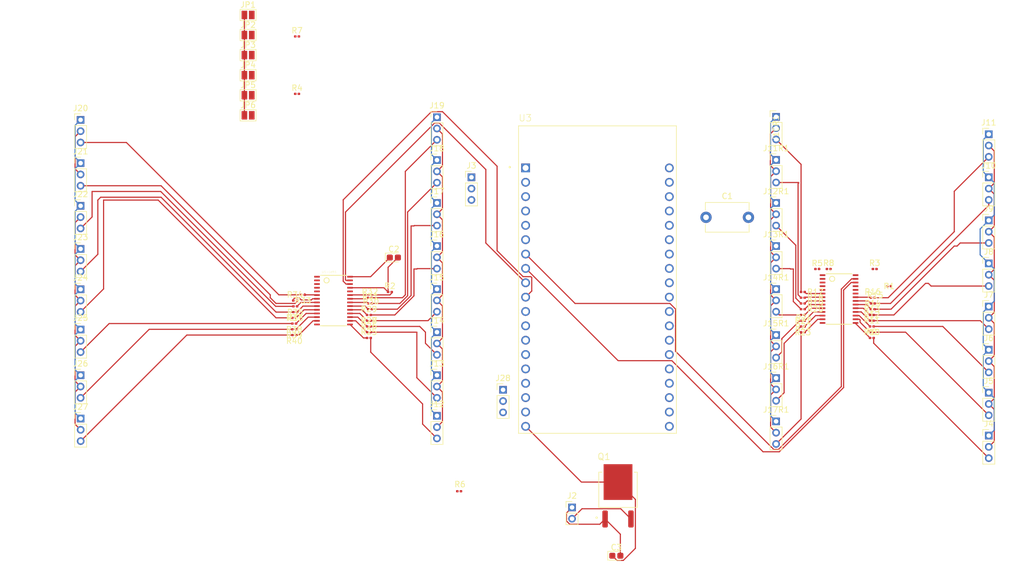
<source format=kicad_pcb>
(kicad_pcb (version 20240108) (generator "pcbnew") (generator_version "8.0")
  (layers (0 "F.Cu" signal) (31 "B.Cu" signal) (34 "B.Paste" user) (35 "F.Paste" user) (36 "B.SilkS" user "B.Silkscreen") (37 "F.SilkS" user "F.Silkscreen") (38 "B.Mask" user) (39 "F.Mask" user) (44 "Edge.Cuts" user))
  (net 0 "")
  (net 1 "GND")
  (net 2 "5.0V")
  (net 3 "Net-(J2-Pin_2)")
  (net 4 "Net-(J3-Pin_2)")
  (net 5 "Net-(J3-Pin_3)")
  (net 6 "Net-(J3-Pin_1)")
  (net 7 "Net-(J5-Pin_3)")
  (net 8 "Net-(J6-Pin_3)")
  (net 9 "Net-(J7-Pin_3)")
  (net 10 "Net-(J8-Pin_3)")
  (net 11 "Net-(J9-Pin_3)")
  (net 12 "Net-(J10-Pin_3)")
  (net 13 "Net-(J10R1-Pin_3)")
  (net 14 "Net-(J11-Pin_3)")
  (net 15 "Net-(J11R1-Pin_3)")
  (net 16 "Net-(J12-Pin_3)")
  (net 17 "Net-(J12R1-Pin_3)")
  (net 18 "Net-(J13-Pin_3)")
  (net 19 "Net-(J13R1-Pin_3)")
  (net 20 "Net-(J14-Pin_3)")
  (net 21 "Net-(J14R1-Pin_3)")
  (net 22 "Net-(J15-Pin_3)")
  (net 23 "Net-(J15R1-Pin_3)")
  (net 24 "Net-(J16-Pin_3)")
  (net 25 "Net-(J16R1-Pin_3)")
  (net 26 "Net-(J17-Pin_3)")
  (net 27 "Net-(J17R1-Pin_3)")
  (net 28 "Net-(J18-Pin_3)")
  (net 29 "Net-(J19-Pin_3)")
  (net 30 "Net-(J20-Pin_3)")
  (net 31 "Net-(J21-Pin_3)")
  (net 32 "Net-(J22-Pin_3)")
  (net 33 "Net-(J23-Pin_3)")
  (net 34 "Net-(J24-Pin_3)")
  (net 35 "Net-(J25-Pin_3)")
  (net 36 "Net-(J26-Pin_3)")
  (net 37 "Net-(J27-Pin_3)")
  (net 38 "Net-(J28-Pin_2)")
  (net 39 "Net-(J28-Pin_1)")
  (net 40 "Net-(J28-Pin_3)")
  (net 41 "A0")
  (net 42 "A1")
  (net 43 "A2")
  (net 44 "A3")
  (net 45 "A4")
  (net 46 "A5")
  (net 47 "Net-(U2-#OE)")
  (net 48 "Net-(U1-Left1-#OE)")
  (net 49 "PWM8")
  (net 50 "PWM9")
  (net 51 "PWM10")
  (net 52 "PWM11")
  (net 53 "PWM12")
  (net 54 "PWM13")
  (net 55 "PWM14")
  (net 56 "PWM15")
  (net 57 "PWM0")
  (net 58 "PWM1")
  (net 59 "PWM2")
  (net 60 "PWM3")
  (net 61 "PWM4")
  (net 62 "PWM5")
  (net 63 "PWM6")
  (net 64 "PWM7")
  (net 65 "PWM8B")
  (net 66 "PWM9B")
  (net 67 "PWM10B")
  (net 68 "PWM11B")
  (net 69 "PWM12B")
  (net 70 "PWM13B")
  (net 71 "PWM14B")
  (net 72 "PWM15B")
  (net 73 "PWM0B")
  (net 74 "PWM1B")
  (net 75 "PWM2B")
  (net 76 "PWM3B")
  (net 77 "PWM4B")
  (net 78 "PWM5B")
  (net 79 "PWM6B")
  (net 80 "PWM7B")
  (net 81 "SDA0")
  (net 82 "SCL0")
  (net 83 "Net-(J3-Pin_8)")
  (net 84 "Net-(J3-Pin_17)")
  (net 85 "Net-(J3-Pin_14)")
  (net 86 "Net-(J3-Pin_6)")
  (net 87 "Net-(J3-Pin_9)")
  (net 88 "Net-(J28-Pin_4)")
  (net 89 "SCL1")
  (net 90 "Net-(J28-Pin_8)")
  (net 91 "Net-(J28-Pin_10)")
  (net 92 "Net-(J3-Pin_18)")
  (net 93 "Net-(J3-Pin_19)")
  (net 94 "Net-(J3-Pin_4)")
  (net 95 "Net-(J3-Pin_12)")
  (net 96 "Net-(J28-Pin_9)")
  (net 97 "Net-(J3-Pin_11)")
  (net 98 "Net-(J28-Pin_6)")
  (net 99 "Net-(J3-Pin_5)")
  (net 100 "Net-(J28-Pin_5)")
  (net 101 "Net-(J3-Pin_7)")
  (net 102 "Net-(J3-Pin_10)")
  (net 103 "Net-(J3-Pin_15)")
  (net 104 "SDA1")
  (net 105 "Net-(J3-Pin_13)")
  (net 106 "Net-(J3-Pin_16)")
  (net 107 "Net-(J28-Pin_7)")
  (net 109 "Net-(test-test1-Pin_3)")
  (footprint "Jumper:SolderJumper-2_P1.3mm_Open_Pad1.0x1.5mm" (layer "F.Cu") (at 89.042 37.341)
    (property "Reference" "JP3")
    (property "Value" "SolderJumper_2_Open")
  )
  (footprint "Connector_PinHeader_2.00mm:PinHeader_1x02_P2.00mm_Vertical" (layer "F.Cu") (at 146.304 117.364)
    (property "Reference" "J2")
    (property "Value" "Screw_Terminal_01x02")
  )
  (footprint "Connector_PinHeader_2.00mm:PinHeader_1x03_P2.00mm_Vertical" (layer "F.Cu") (at 182.372 71.12)
    (property "Reference" "J13R1")
    (property "Value" "Conn_01x03_Pin")
  )
  (footprint "Capacitor_Tantalum_SMD:CP_EIA-1608-08_AVX-J" (layer "F.Cu") (at 114.808 73.152)
    (property "Reference" "C2")
    (property "Value" "C")
  )
  (footprint "Resistor_SMD:R_0201_0603Metric" (layer "F.Cu") (at 97.348 80.772)
    (property "Reference" "R34")
    (property "Value" "R")
  )
  (footprint "Resistor_SMD:R_0201_0603Metric" (layer "F.Cu") (at 110.581 82.296)
    (property "Reference" "R30")
    (property "Value" "R")
  )
  (footprint "Resistor_SMD:R_0201_0603Metric" (layer "F.Cu") (at 114.112 79.248)
    (property "Reference" "R2")
    (property "Value" "R")
  )
  (footprint "Connector_PinHeader_2.00mm:PinHeader_1x03_P2.00mm_Vertical" (layer "F.Cu") (at 59.436 78.772)
    (property "Reference" "J24")
    (property "Value" "Conn_01x03_Pin")
  )
  (footprint "Resistor_SMD:R_0201_0603Metric" (layer "F.Cu") (at 110.399 87.376)
    (property "Reference" "R25")
    (property "Value" "R")
  )
  (footprint "Resistor_SMD:R_0201_0603Metric" (layer "F.Cu") (at 126.345 114.5)
    (property "Reference" "R6")
    (property "Value" "R")
  )
  (footprint "Connector_PinHeader_2.00mm:PinHeader_1x03_P2.00mm_Vertical" (layer "F.Cu") (at 182.372 86.868)
    (property "Reference" "J15R1")
    (property "Value" "Conn_01x03_Pin")
  )
  (footprint "Resistor_SMD:R_0201_0603Metric" (layer "F.Cu") (at 199.481 81.28)
    (property "Reference" "R15")
    (property "Value" "R")
  )
  (footprint "Resistor_SMD:R_0201_0603Metric" (layer "F.Cu") (at 199.807 75.184)
    (property "Reference" "R3")
    (property "Value" "R")
  )
  (footprint "Resistor_SMD:R_0201_0603Metric" (layer "F.Cu") (at 187.107 84.328 180)
    (property "Reference" "R22")
    (property "Value" "R")
  )
  (footprint "Resistor_SMD:R_0201_0603Metric" (layer "F.Cu") (at 97.699 34.036)
    (property "Reference" "R7")
    (property "Value" "R")
  )
  (footprint "Resistor_SMD:R_0201_0603Metric" (layer "F.Cu") (at 187.107 85.344 180)
    (property "Reference" "R23")
    (property "Value" "R")
  )
  (footprint "Connector_PinHeader_2.00mm:PinHeader_1x03_P2.00mm_Vertical" (layer "F.Cu") (at 122.428 48.324)
    (property "Reference" "J19")
    (property "Value" "Conn_01x03_Pin")
  )
  (footprint "Resistor_SMD:R_0201_0603Metric" (layer "F.Cu") (at 97.699 44.196)
    (property "Reference" "R4")
    (property "Value" "R")
  )
  (footprint "Jumper:SolderJumper-2_P1.3mm_Open_Pad1.0x1.5mm" (layer "F.Cu") (at 89.042 47.991)
    (property "Reference" "JP6")
    (property "Value" "SolderJumper_2_Open")
  )
  (footprint "Resistor_SMD:R_0201_0603Metric" (layer "F.Cu") (at 187.107 79.248 180)
    (property "Reference" "R17")
    (property "Value" "R")
  )
  (footprint "Connector_PinHeader_2.00mm:PinHeader_1x03_P2.00mm_Vertical" (layer "F.Cu") (at 182.372 78.74)
    (property "Reference" "J14R1")
    (property "Value" "Conn_01x03_Pin")
  )
  (footprint "Connector_PinHeader_2.00mm:PinHeader_1x03_P2.00mm_Vertical" (layer "F.Cu") (at 59.436 85.884)
    (property "Reference" "J25")
    (property "Value" "Conn_01x03_Pin")
  )
  (footprint "Jumper:SolderJumper-2_P1.3mm_Open_Pad1.0x1.5mm" (layer "F.Cu") (at 89.042 44.441)
    (property "Reference" "JP5")
    (property "Value" "SolderJumper_2_Open")
  )
  (footprint "Resistor_SMD:R_0201_0603Metric" (layer "F.Cu") (at 191.679 75.184)
    (property "Reference" "R8")
    (property "Value" "R")
  )
  (footprint "Connector_PinHeader_2.00mm:PinHeader_1x03_P2.00mm_Vertical" (layer "F.Cu") (at 122.428 55.912)
    (property "Reference" "J18")
    (property "Value" "Conn_01x03_Pin")
  )
  (footprint "Connector_PinHeader_2.00mm:PinHeader_1x03_P2.00mm_Vertical" (layer "F.Cu") (at 122.428 101.156)
    (property "Reference" "J12")
    (property "Value" "Conn_01x03_Pin")
  )
  (footprint "Resistor_SMD:R_0201_0603Metric" (layer "F.Cu") (at 110.399 86.36)
    (property "Reference" "R26")
    (property "Value" "R")
  )
  (footprint "Resistor_SMD:R_0201_0603Metric" (layer "F.Cu") (at 110.581 80.264)
    (property "Reference" "R32")
    (property "Value" "R")
  )
  (footprint "Resistor_SMD:R_0201_0603Metric" (layer "F.Cu") (at 189.647 75.184)
    (property "Reference" "R5")
    (property "Value" "R")
  )
  (footprint "Resistor_SMD:R_0201_0603Metric" (layer "F.Cu") (at 110.581 81.28)
    (property "Reference" "R31")
    (property "Value" "R")
  )
  (footprint "Resistor_SMD:R_0201_0603Metric" (layer "F.Cu") (at 187.107 81.28 180)
    (property "Reference" "R19")
    (property "Value" "R")
  )
  (footprint "Connector_PinHeader_2.00mm:PinHeader_1x03_P2.00mm_Vertical" (layer "F.Cu") (at 59.436 64.008)
    (property "Reference" "J22")
    (property "Value" "Conn_01x03_Pin")
  )
  (footprint "Resistor_SMD:R_0201_0603Metric" (layer "F.Cu") (at 97.216 86.868 180)
    (property "Reference" "R40")
    (property "Value" "R")
  )
  (footprint "Connector_PinHeader_2.00mm:PinHeader_1x03_P2.00mm_Vertical" (layer "F.Cu") (at 128.524 58.96)
    (property "Reference" "J3")
    (property "Value" "Conn_01x19_Pin")
  )
  (footprint "Connector_PinHeader_2.00mm:PinHeader_1x03_P2.00mm_Vertical" (layer "F.Cu") (at 59.436 48.8)
    (property "Reference" "J20")
    (property "Value" "Conn_01x03_Pin")
  )
  (footprint "Connector_PinHeader_2.00mm:PinHeader_1x03_P2.00mm_Vertical" (layer "F.Cu") (at 219.964 104.648)
    (property "Reference" "J4")
    (property "Value" "Conn_01x03_Pin")
  )
  (footprint "Connector_PinHeader_2.00mm:PinHeader_1x03_P2.00mm_Vertical" (layer "F.Cu") (at 59.436 71.628)
    (property "Reference" "J23")
    (property "Value" "Conn_01x03_Pin")
  )
  (footprint "Resistor_SMD:R_0201_0603Metric" (layer "F.Cu") (at 110.399 84.328)
    (property "Reference" "R28")
    (property "Value" "R")
  )
  (footprint "Connector_PinHeader_2.00mm:PinHeader_1x03_P2.00mm_Vertical" (layer "F.Cu") (at 219.964 81.82)
    (property "Reference" "J7")
    (property "Value" "Conn_01x03_Pin")
  )
  (footprint "Jumper:SolderJumper-2_P1.3mm_Open_Pad1.0x1.5mm" (layer "F.Cu") (at 89.042 30.241)
    (property "Reference" "JP1")
    (property "Value" "SolderJumper_2_Open")
  )
  (footprint "Resistor_SMD:R_0201_0603Metric" (layer "F.Cu") (at 97.191 83.82 180)
    (property "Reference" "R37")
    (property "Value" "R")
  )
  (footprint "Resistor_SMD:R_0201_0603Metric" (layer "F.Cu") (at 202.347 78.232)
    (property "Reference" "R1")
    (property "Value" "R")
  )
  (footprint "Connector_PinHeader_2.00mm:PinHeader_1x03_P2.00mm_Vertical" (layer "F.Cu") (at 219.964 58.96)
    (property "Reference" "J10")
    (property "Value" "Conn_01x03_Pin")
  )
  (footprint "Connector_PinHeader_2.00mm:PinHeader_1x03_P2.00mm_Vertical" (layer "F.Cu") (at 122.428 93.98)
    (property "Reference" "J13")
    (property "Value" "Conn_01x03_Pin")
  )
  (footprint "Connector_PinHeader_2.00mm:PinHeader_1x03_P2.00mm_Vertical" (layer "F.Cu") (at 182.372 48.26)
    (property "Reference" "J10R1")
    (property "Value" "Conn_01x03_Pin")
  )
  (footprint "Connector_PinHeader_2.00mm:PinHeader_1x03_P2.00mm_Vertical" (layer "F.Cu") (at 59.436 93.98)
    (property "Reference" "J26")
    (property "Value" "Conn_01x03_Pin")
  )
  (footprint "Connector_PinHeader_2.00mm:PinHeader_1x03_P2.00mm_Vertical" (layer "F.Cu") (at 182.372 94.488)
    (property "Reference" "J16R1")
    (property "Value" "Conn_01x03_Pin")
  )
  (footprint "Resistor_SMD:R_0201_0603Metric" (layer "F.Cu") (at 199.299 87.376)
    (property "Reference" "R8")
    (property "Value" "R")
  )
  (footprint "Resistor_SMD:R_0201_0603Metric" (layer "F.Cu") (at 187.107 83.312 180)
    (property "Reference" "R21")
    (property "Value" "R")
  )
  (footprint "Resistor_SMD:R_0201_0603Metric" (layer "F.Cu") (at 199.299 83.312)
    (property "Reference" "R13")
    (property "Value" "R")
  )
  (footprint "Resistor_SMD:R_0201_0603Metric" (layer "F.Cu") (at 97.191 85.852 180)
    (property "Reference" "R39")
    (property "Value" "R")
  )
  (footprint "Connector_PinHeader_2.00mm:PinHeader_1x03_P2.00mm_Vertical" (layer "F.Cu") (at 122.428 86.36)
    (property "Reference" "J14")
    (property "Value" "Conn_01x03_Pin")
  )
  (footprint "Connector_PinHeader_2.00mm:PinHeader_1x03_P2.00mm_Vertical" (layer "F.Cu") (at 182.372 63.5)
    (property "Reference" "J12R1")
    (property "Value" "Conn_01x03_Pin")
  )
  (footprint "Resistor_SMD:R_0201_0603Metric" (layer "F.Cu") (at 97.373 81.788 180)
    (property "Reference" "R35")
    (property "Value" "R")
  )
  (footprint "Resistor_SMD:R_0201_0603Metric" (layer "F.Cu") (at 97.373 82.804 180)
    (property "Reference" "R36")
    (property "Value" "R")
  )
  (footprint "Resistor_SMD:R_0201_0603Metric" (layer "F.Cu") (at 199.299 84.328)
    (property "Reference" "R12")
    (property "Value" "R")
  )
  (footprint "Resistor_SMD:R_0201_0603Metric" (layer "F.Cu") (at 199.299 86.36)
    (property "Reference" "R10")
    (property "Value" "R")
  )
  (footprint "Resistor_SMD:R_0201_0603Metric" (layer "F.Cu") (at 97.191 84.836 180)
    (property "Reference" "R38")
    (property "Value" "R")
  )
  (footprint "PCA9685:TSSOP28" (layer "F.Cu") (at 193.5 80.5 -90)
    (property "Reference" "U2")
    (property "Value" "PCA9685")
  )
  (footprint "Resistor_SMD:R_0201_0603Metric" (layer "F.Cu") (at 110.399 85.344)
    (property "Reference" "R27")
    (property "Value" "R")
  )
  (footprint "Resistor_SMD:R_0201_0603Metric" (layer "F.Cu") (at 110.399 83.312)
    (property "Reference" "R29")
    (property "Value" "R")
  )
  (footprint "Capacitor_Tantalum_SMD:CP_EIA-1608-08_AVX-J" (layer "F.Cu") (at 154.134 125.91)
    (property "Reference" "C3")
    (property "Value" "C")
  )
  (footprint "Resistor_SMD:R_0201_0603Metric" (layer "F.Cu") (at 187.107 80.264 180)
    (property "Reference" "R18")
    (property "Value" "R")
  )
  (footprint "Connector_PinHeader_2.00mm:PinHeader_1x03_P2.00mm_Vertical" (layer "F.Cu") (at 182.372 102.14)
    (property "Reference" "J17R1")
    (property "Value" "Conn_01x03_Pin")
  )
  (footprint "Connector_PinHeader_2.00mm:PinHeader_1x03_P2.00mm_Vertical" (layer "F.Cu") (at 219.964 97.06)
    (property "Reference" "J5")
    (property "Value" "Conn_01x03_Pin")
  )
  (footprint "Resistor_SMD:R_0201_0603Metric" (layer "F.Cu") (at 98.74 79.756 180)
    (property "Reference" "R33")
    (property "Value" "R")
  )
  (footprint "Jumper:SolderJumper-2_P1.3mm_Open_Pad1.0x1.5mm" (layer "F.Cu") (at 89.042 40.891)
    (property "Reference" "JP4")
    (property "Value" "SolderJumper_2_Open")
  )
  (footprint "Connector_PinHeader_2.00mm:PinHeader_1x03_P2.00mm_Vertical" (layer "F.Cu") (at 182.372 55.88)
    (property "Reference" "J11R1")
    (property "Value" "Conn_01x03_Pin")
  )
  (footprint "Connector_PinHeader_2.00mm:PinHeader_1x03_P2.00mm_Vertical" (layer "F.Cu") (at 122.428 78.74)
    (property "Reference" "J15")
    (property "Value" "Conn_01x03_Pin")
  )
  (footprint "Connector_PinHeader_2.00mm:PinHeader_1x03_P2.00mm_Vertical" (layer "F.Cu") (at 219.964 89.472)
    (property "Reference" "J6")
    (property "Value" "Conn_01x03_Pin")
  )
  (footprint "Resistor_SMD:R_0201_0603Metric" (layer "F.Cu") (at 199.456 80.264)
    (property "Reference" "R16")
    (property "Value" "R")
  )
  (footprint "Resistor_SMD:R_0201_0603Metric" (layer "F.Cu") (at 199.456 82.296)
    (property "Reference" "R14")
    (property "Value" "R")
  )
  (footprint "Resistor_SMD:R_0201_0603Metric" (layer "F.Cu") (at 187.107 86.36 180)
    (property "Reference" "R24")
    (property "Value" "R")
  )
  (footprint "Resistor_SMD:R_0201_0603Metric" (layer "F.Cu") (at 199.299 85.344)
    (property "Reference" "R11")
    (property "Value" "R")
  )
  (footprint "Connector_PinHeader_2.00mm:PinHeader_1x03_P2.00mm_Vertical" (layer "F.Cu") (at 122.428 63.5)
    (property "Reference" "J17")
    (property "Value" "Conn_01x03_Pin")
  )
  (footprint "Connector_PinHeader_2.00mm:PinHeader_1x03_P2.00mm_Vertical" (layer "F.Cu") (at 134.112 96.552)
    (property "Reference" "J28")
    (property "Value" "Conn_01x11_Pin")
  )
  (footprint "Connector_PinHeader_2.00mm:PinHeader_1x03_P2.00mm_Vertical" (layer "F.Cu") (at 59.45 101.632)
    (property "Reference" "J27")
    (property "Value" "Conn_01x03_Pin")
  )
  (footprint "Capacitor_THT:C_Disc_D7.5mm_W5.0mm_P7.50mm" (layer "F.Cu") (at 169.986 66.04)
    (property "Reference" "C1")
    (property "Value" "C")
  )
  (footprint "Connector_PinHeader_2.00mm:PinHeader_1x03_P2.00mm_Vertical" (layer "F.Cu") (at 219.964 74.2)
    (property "Reference" "J8")
    (property "Value" "Conn_01x03_Pin")
  )
  (footprint "Jumper:SolderJumper-2_P1.3mm_Open_Pad1.0x1.5mm" (layer "F.Cu") (at 89.042 33.791)
    (property "Reference" "JP2")
    (property "Value" "SolderJumper_2_Open")
  )
  (footprint "Connector_PinHeader_2.00mm:PinHeader_1x03_P2.00mm_Vertical" (layer "F.Cu") (at 219.964 66.58)
    (property "Reference" "J9")
    (property "Value" "Conn_01x03_Pin")
  )
  (footprint "Connector_PinHeader_2.00mm:PinHeader_1x03_P2.00mm_Vertical" (layer "F.Cu") (at 219.964 51.34)
    (property "Reference" "J11")
    (property "Value" "Conn_01x03_Pin")
  )
  (footprint "AOD417:DPAK228P994X240_3N" (layer "F.Cu") (at 154.432 115.316)
    (property "Reference" "Q1")
    (property "Value" "AOD417")
  )
  (footprint "Resistor_SMD:R_0201_0603Metric" (layer "F.Cu") (at 187.107 82.296 180)
    (property "Reference" "R20")
    (property "Value" "R")
  )
  (footprint "Connector_PinHeader_2.00mm:PinHeader_1x03_P2.00mm_Vertical" (layer "F.Cu") (at 59.436 56.452)
    (property "Reference" "J21")
    (property "Value" "Conn_01x03_Pin")
  )
  (footprint "ESP32-DEVKITC-32UE:ESPRESSIF_ESP32-DEVKITC-32UE" (layer "F.Cu") (at 150.8 80.16)
    (property "Reference" "U3")
    (property "Value" "ESP32-DEVKITC-32UE")
  )
  (footprint "PCA9685:TSSOP28" (layer "F.Cu") (at 104.14 80.772 -90)
    (property "Reference" "U1-Left1")
    (property "Value" "PCA9685")
  )
  (footprint "Connector_PinHeader_2.00mm:PinHeader_1x03_P2.00mm_Vertical" (layer "F.Cu") (at 122.428 71.12)
    (property "Reference" "J16")
    (property "Value" "Conn_01x03_Pin")
  )
  (segment (start 113.792 74.8805) (end 113.792 79.248) (width 0.2) (layer "F.Cu") (net 1))
  (segment (start 115.5205 73.152) (end 113.792 74.8805) (width 0.2) (layer "F.Cu") (net 1))
  (segment (start 189.967 75.184) (end 189.967 75.025544) (width 0.2) (layer "F.Cu") (net 1))
  (segment (start 151.213 120.339) (end 152.146 119.406) (width 0.2) (layer "F.Cu") (net 1))
  (segment (start 146.304 117.364) (end 145.329 118.339) (width 0.2) (layer "F.Cu") (net 1))
  (segment (start 107.0578 78.497) (end 113.041 78.497) (width 0.2) (layer "F.Cu") (net 1))
  (segment (start 145.329 119.767859) (end 145.900141 120.339) (width 0.2) (layer "F.Cu") (net 1))
  (segment (start 145.329 118.339) (end 145.329 119.767859) (width 0.2) (layer "F.Cu") (net 1))
  (segment (start 145.900141 120.339) (end 151.213 120.339) (width 0.2) (layer "F.Cu") (net 1))
  (segment (start 113.041 78.497) (end 113.792 79.248) (width 0.2) (layer "F.Cu") (net 1))
  (segment (start 154.8465 122.1065) (end 152.146 119.406) (width 0.2) (layer "F.Cu") (net 1))
  (segment (start 154.8465 125.91) (end 154.8465 122.1065) (width 0.2) (layer "F.Cu") (net 1))
  (segment (start 58.461 100.643) (end 58.461 94.955) (width 0.2) (layer "B.Cu") (net 1))
  (segment (start 219.964 89.472) (end 218.989 90.447) (width 0.2) (layer "B.Cu") (net 1))
  (segment (start 220.939 75.175) (end 220.939 80.845) (width 0.2) (layer "B.Cu") (net 1))
  (segment (start 121.453 94.955) (end 122.428 93.98) (width 0.2) (layer "B.Cu") (net 1))
  (segment (start 121.453 54.937) (end 121.453 49.299) (width 0.2) (layer "B.Cu") (net 1))
  (segment (start 121.453 62.525) (end 121.453 56.887) (width 0.2) (layer "B.Cu") (net 1))
  (segment (start 122.428 78.74) (end 121.453 77.765) (width 0.2) (layer "B.Cu") (net 1))
  (segment (start 220.939 59.935) (end 220.939 65.605) (width 0.2) (layer "B.Cu") (net 1))
  (segment (start 181.397 93.513) (end 181.397 87.843) (width 0.2) (layer "B.Cu") (net 1))
  (segment (start 219.964 97.06) (end 220.939 98.035) (width 0.2) (layer "B.Cu") (net 1))
  (segment (start 58.461 55.413) (end 58.461 49.775) (width 0.2) (layer "B.Cu") (net 1))
  (segment (start 182.372 63.5) (end 181.397 62.525) (width 0.2) (layer "B.Cu") (net 1))
  (segment (start 219.964 51.34) (end 218.989 52.315) (width 0.2) (layer "B.Cu") (net 1))
  (segment (start 218.989 57.985) (end 219.964 58.96) (width 0.2) (layer "B.Cu") (net 1))
  (segment (start 121.453 64.475) (end 122.428 63.5) (width 0.2) (layer "B.Cu") (net 1))
  (segment (start 218.44 68.104) (end 218.44 72.676) (width 0.2) (layer "B.Cu") (net 1))
  (segment (start 181.397 85.893) (end 181.397 79.715) (width 0.2) (layer "B.Cu") (net 1))
  (segment (start 59.436 71.628) (end 58.461 70.653) (width 0.2) (layer "B.Cu") (net 1))
  (segment (start 121.453 72.095) (end 122.428 71.12) (width 0.2) (layer "B.Cu") (net 1))
  (segment (start 220.939 103.673) (end 219.964 104.648) (width 0.2) (layer "B.Cu") (net 1))
  (segment (start 121.453 79.715) (end 122.428 78.74) (width 0.2) (layer "B.Cu") (net 1))
  (segment (start 182.372 78.74) (end 181.397 77.765) (width 0.2) (layer "B.Cu") (net 1))
  (segment (start 218.989 96.085) (end 219.964 97.06) (width 0.2) (layer "B.Cu") (net 1))
  (segment (start 122.428 55.912) (end 121.453 54.937) (width 0.2) (layer "B.Cu") (net 1))
  (segment (start 58.461 86.859) (end 59.436 85.884) (width 0.2) (layer "B.Cu") (net 1))
  (segment (start 121.453 85.385) (end 121.453 79.715) (width 0.2) (layer "B.Cu") (net 1))
  (segment (start 218.44 72.676) (end 219.964 74.2) (width 0.2) (layer "B.Cu") (net 1))
  (segment (start 58.461 64.983) (end 59.436 64.008) (width 0.2) (layer "B.Cu") (net 1))
  (segment (start 59.436 64.008) (end 58.461 63.033) (width 0.2) (layer "B.Cu") (net 1))
  (segment (start 219.964 66.58) (end 218.44 68.104) (width 0.2) (layer "B.Cu") (net 1))
  (segment (start 181.397 101.165) (end 181.397 95.463) (width 0.2) (layer "B.Cu") (net 1))
  (segment (start 218.989 88.497) (end 219.964 89.472) (width 0.2) (layer "B.Cu") (net 1))
  (segment (start 181.397 79.715) (end 182.372 78.74) (width 0.2) (layer "B.Cu") (net 1))
  (segment (start 220.939 80.845) (end 219.964 81.82) (width 0.2) (layer "B.Cu") (net 1))
  (segment (start 58.461 94.955) (end 59.436 93.98) (width 0.2) (layer "B.Cu") (net 1))
  (segment (start 181.397 62.525) (end 181.397 56.855) (width 0.2) (layer "B.Cu") (net 1))
  (segment (start 121.453 70.145) (end 121.453 64.475) (width 0.2) (layer "B.Cu") (net 1))
  (segment (start 182.372 86.868) (end 181.397 85.893) (width 0.2) (layer "B.Cu") (net 1))
  (segment (start 121.453 77.765) (end 121.453 72.095) (width 0.2) (layer "B.Cu") (net 1))
  (segment (start 181.397 64.475) (end 182.372 63.5) (width 0.2) (layer "B.Cu") (net 1))
  (segment (start 181.397 87.843) (end 182.372 86.868) (width 0.2) (layer "B.Cu") (net 1))
  (segment (start 59.436 78.772) (end 58.461 77.797) (width 0.2) (layer "B.Cu") (net 1))
  (segment (start 219.964 58.96) (end 220.939 59.935) (width 0.2) (layer "B.Cu") (net 1))
  (segment (start 218.989 90.447) (end 218.989 96.085) (width 0.2) (layer "B.Cu") (net 1))
  (segment (start 121.453 49.299) (end 122.428 48.324) (width 0.2) (layer "B.Cu") (net 1))
  (segment (start 181.397 77.765) (end 181.397 72.095) (width 0.2) (layer "B.Cu") (net 1))
  (segment (start 121.453 56.887) (end 122.428 55.912) (width 0.2) (layer "B.Cu") (net 1))
  (segment (start 58.461 77.797) (end 58.461 72.603) (width 0.2) (layer "B.Cu") (net 1))
  (segment (start 220.939 65.605) (end 219.964 66.58) (width 0.2) (layer "B.Cu") (net 1))
  (segment (start 122.428 71.12) (end 121.453 70.145) (width 0.2) (layer "B.Cu") (net 1))
  (segment (start 121.453 87.335) (end 122.428 86.36) (width 0.2) (layer "B.Cu") (net 1))
  (segment (start 121.453 100.181) (end 121.453 94.955) (width 0.2) (layer "B.Cu") (net 1))
  (segment (start 182.372 71.12) (end 181.397 70.145) (width 0.2) (layer "B.Cu") (net 1))
  (segment (start 181.397 72.095) (end 182.372 71.12) (width 0.2) (layer "B.Cu") (net 1))
  (segment (start 58.461 79.747) (end 59.436 78.772) (width 0.2) (layer "B.Cu") (net 1))
  (segment (start 182.372 55.88) (end 181.397 54.905) (width 0.2) (layer "B.Cu") (net 1))
  (segment (start 182.372 102.14) (end 181.397 101.165) (width 0.2) (layer "B.Cu") (net 1))
  (segment (start 58.461 63.033) (end 58.461 57.427) (width 0.2) (layer "B.Cu") (net 1))
  (segment (start 59.45 101.632) (end 58.461 100.643) (width 0.2) (layer "B.Cu") (net 1))
  (segment (start 181.397 49.235) (end 182.372 48.26) (width 0.2) (layer "B.Cu") (net 1))
  (segment (start 59.436 56.388) (end 58.461 55.413) (width 0.2) (layer "B.Cu") (net 1))
  (segment (start 58.461 49.775) (end 59.436 48.8) (width 0.2) (layer "B.Cu") (net 1))
  (segment (start 181.397 54.905) (end 181.397 49.235) (width 0.2) (layer "B.Cu") (net 1))
  (segment (start 58.461 70.653) (end 58.461 64.983) (width 0.2) (layer "B.Cu") (net 1))
  (segment (start 58.461 84.909) (end 58.461 79.747) (width 0.2) (layer "B.Cu") (net 1))
  (segment (start 122.428 86.36) (end 121.453 85.385) (width 0.2) (layer "B.Cu") (net 1))
  (segment (start 181.397 95.463) (end 182.372 94.488) (width 0.2) (layer "B.Cu") (net 1))
  (segment (start 59.436 93.98) (end 58.461 93.005) (width 0.2) (layer "B.Cu") (net 1))
  (segment (start 220.939 98.035) (end 220.939 103.673) (width 0.2) (layer "B.Cu") (net 1))
  (segment (start 59.436 56.452) (end 59.436 56.388) (width 0.2) (layer "B.Cu") (net 1))
  (segment (start 58.461 93.005) (end 58.461 86.859) (width 0.2) (layer "B.Cu") (net 1))
  (segment (start 219.964 81.82) (end 218.989 82.795) (width 0.2) (layer "B.Cu") (net 1))
  (segment (start 121.453 93.005) (end 121.453 87.335) (width 0.2) (layer "B.Cu") (net 1))
  (segment (start 122.428 93.98) (end 121.453 93.005) (width 0.2) (layer "B.Cu") (net 1))
  (segment (start 58.461 57.427) (end 59.436 56.452) (width 0.2) (layer "B.Cu") (net 1))
  (segment (start 218.989 52.315) (end 218.989 57.985) (width 0.2) (layer "B.Cu") (net 1))
  (segment (start 181.397 56.855) (end 182.372 55.88) (width 0.2) (layer "B.Cu") (net 1))
  (segment (start 59.436 85.884) (end 58.461 84.909) (width 0.2) (layer "B.Cu") (net 1))
  (segment (start 218.989 82.795) (end 218.989 88.497) (width 0.2) (layer "B.Cu") (net 1))
  (segment (start 122.428 101.156) (end 121.453 100.181) (width 0.2) (layer "B.Cu") (net 1))
  (segment (start 182.372 94.488) (end 181.397 93.513) (width 0.2) (layer "B.Cu") (net 1))
  (segment (start 219.964 74.2) (end 220.939 75.175) (width 0.2) (layer "B.Cu") (net 1))
  (segment (start 58.461 72.603) (end 59.436 71.628) (width 0.2) (layer "B.Cu") (net 1))
  (segment (start 122.428 63.5) (end 121.453 62.525) (width 0.2) (layer "B.Cu") (net 1))
  (segment (start 181.397 70.145) (end 181.397 64.475) (width 0.2) (layer "B.Cu") (net 1))
  (segment (start 59.404 73.628) (end 58.461 72.685) (width 0.2) (layer "F.Cu") (net 2))
  (segment (start 181.397 95.513) (end 182.372 96.488) (width 0.2) (layer "F.Cu") (net 2))
  (segment (start 88.392 44.441) (end 88.392 40.891) (width 0.2) (layer "F.Cu") (net 2))
  (segment (start 181.397 81.715) (end 181.397 87.893) (width 0.2) (layer "F.Cu") (net 2))
  (segment (start 219.964 91.472) (end 220.939 92.447) (width 0.2) (layer "F.Cu") (net 2))
  (segment (start 110.7005 76.547) (end 114.0955 73.152) (width 0.2) (layer "F.Cu") (net 2))
  (segment (start 88.392 30.241) (end 88.392 33.791) (width 0.2) (layer "F.Cu") (net 2))
  (segment (start 220.939 54.315) (end 219.964 53.34) (width 0.2) (layer "F.Cu") (net 2))
  (segment (start 122.428 65.5) (end 123.403 64.525) (width 0.2) (layer "F.Cu") (net 2))
  (segment (start 157.503 115.947) (end 154.432 112.876) (width 0.2) (layer "F.Cu") (net 2))
  (segment (start 181.356 56.864) (end 182.372 57.88) (width 0.2) (layer "F.Cu") (net 2))
  (segment (start 122.428 57.912) (end 123.403 56.937) (width 0.2) (layer "F.Cu") (net 2))
  (segment (start 182.372 57.88) (end 181.397 58.855) (width 0.2) (layer "F.Cu") (net 2))
  (segment (start 107.0578 76.547) (end 110.7005 76.547) (width 0.2) (layer "F.Cu") (net 2))
  (segment (start 220.939 75.225) (end 219.964 76.2) (width 0.2) (layer "F.Cu") (net 2))
  (segment (start 123.403 74.095) (end 122.428 73.12) (width 0.2) (layer "F.Cu") (net 2))
  (segment (start 182.372 50.26) (end 181.356 51.276) (width 0.2) (layer "F.Cu") (net 2))
  (segment (start 123.403 87.385) (end 123.403 81.715) (width 0.2) (layer "F.Cu") (net 2))
  (segment (start 220.939 61.935) (end 219.964 60.96) (width 0.2) (layer "F.Cu") (net 2))
  (segment (start 181.397 89.843) (end 181.397 95.513) (width 0.2) (layer "F.Cu") (net 2))
  (segment (start 59.436 95.98) (end 58.461 95.005) (width 0.2) (layer "F.Cu") (net 2))
  (segment (start 181.397 66.475) (end 181.397 72.145) (width 0.2) (layer "F.Cu") (net 2))
  (segment (start 220.939 59.985) (end 220.939 54.315) (width 0.2) (layer "F.Cu") (net 2))
  (segment (start 181.397 64.525) (end 182.372 65.5) (width 0.2) (layer "F.Cu") (net 2))
  (segment (start 182.372 88.868) (end 181.397 89.843) (width 0.2) (layer "F.Cu") (net 2))
  (segment (start 181.397 97.463) (end 181.397 103.165) (width 0.2) (layer "F.Cu") (net 2))
  (segment (start 88.392 44.441) (end 88.392 47.991) (width 0.2) (layer "F.Cu") (net 2))
  (segment (start 123.403 96.955) (end 122.428 95.98) (width 0.2) (layer "F.Cu") (net 2))
  (segment (start 58.461 72.685) (end 58.461 66.983) (width 0.2) (layer "F.Cu") (net 2))
  (segment (start 58.461 96.955) (end 59.436 95.98) (width 0.2) (layer "F.Cu") (net 2))
  (segment (start 122.428 80.74) (end 123.403 79.765) (width 0.2) (layer "F.Cu") (net 2))
  (segment (start 58.461 102.643) (end 58.461 96.955) (width 0.2) (layer "F.Cu") (net 2))
  (segment (start 123.403 81.715) (end 122.428 80.74) (width 0.2) (layer "F.Cu") (net 2))
  (segment (start 123.403 79.765) (end 123.403 74.095) (width 0.2) (layer "F.Cu") (net 2))
  (segment (start 182.372 80.74) (end 181.397 81.715) (width 0.2) (layer "F.Cu") (net 2))
  (segment (start 122.428 95.98) (end 123.403 95.005) (width 0.2) (layer "F.Cu") (net 2))
  (segment (start 88.392 40.891) (end 88.392 37.341) (width 0.2) (layer "F.Cu") (net 2))
  (segment (start 123.403 89.335) (end 122.428 88.36) (width 0.2) (layer "F.Cu") (net 2))
  (segment (start 220.939 100.035) (end 220.939 105.673) (width 0.2) (layer "F.Cu") (net 2))
  (segment (start 154.432 112.876) (end 147.956 112.876) (width 0.2) (layer "F.Cu") (net 2))
  (segment (start 154.2465 126.735) (end 155.368744 126.735) (width 0.2) (layer "F.Cu") (net 2))
  (segment (start 182.372 96.488) (end 181.397 97.463) (width 0.2) (layer "F.Cu") (net 2))
  (segment (start 88.392 37.341) (end 88.392 33.791) (width 0.2) (layer "F.Cu") (net 2))
  (segment (start 220.939 105.673) (end 219.964 106.648) (width 0.2) (layer "F.Cu") (net 2))
  (segment (start 181.397 58.855) (end 181.397 64.525) (width 0.2) (layer "F.Cu") (net 2))
  (segment (start 219.964 68.58) (end 220.939 69.555) (width 0.2) (layer "F.Cu") (net 2))
  (segment (start 123.403 64.525) (end 123.403 58.887) (width 0.2) (layer "F.Cu") (net 2))
  (segment (start 123.403 51.299) (end 122.428 50.324) (width 0.2) (layer "F.Cu") (net 2))
  (segment (start 181.397 79.765) (end 182.372 80.74) (width 0.2) (layer "F.Cu") (net 2))
  (segment (start 59.436 80.772) (end 58.461 79.797) (width 0.2) (layer "F.Cu") (net 2))
  (segment (start 58.461 79.797) (end 58.461 74.603) (width 0.2) (layer "F.Cu") (net 2))
  (segment (start 182.372 73.12) (end 181.397 74.095) (width 0.2) (layer "F.Cu") (net 2))
  (segment (start 58.461 86.909) (end 58.461 81.747) (width 0.2) (layer "F.Cu") (net 2))
  (segment (start 181.397 103.165) (end 182.372 104.14) (width 0.2) (layer "F.Cu") (net 2))
  (segment (start 219.964 83.82) (end 220.939 84.795) (width 0.2) (layer "F.Cu") (net 2))
  (segment (start 220.939 67.605) (end 220.939 61.935) (width 0.2) (layer "F.Cu") (net 2))
  (segment (start 58.461 81.747) (end 59.436 80.772) (width 0.2) (layer "F.Cu") (net 2))
  (segment (start 59.436 58.452) (end 58.461 57.477) (width 0.2) (layer "F.Cu") (net 2))
  (segment (start 123.403 56.937) (end 123.403 51.299) (width 0.2) (layer "F.Cu") (net 2))
  (segment (start 59.436 87.884) (end 58.461 86.909) (width 0.2) (layer "F.Cu") (net 2))
  (segment (start 219.964 99.06) (end 220.939 100.035) (width 0.2) (layer "F.Cu") (net 2))
  (segment (start 157.503 124.600744) (end 157.503 115.947) (width 0.2) (layer "F.Cu") (net 2))
  (segment (start 58.461 95.005) (end 58.461 88.859) (width 0.2) (layer "F.Cu") (net 2))
  (segment (start 58.461 88.859) (end 59.436 87.884) (width 0.2) (layer "F.Cu") (net 2))
  (segment (start 123.403 66.475) (end 122.428 65.5) (width 0.2) (layer "F.Cu") (net 2))
  (segment (start 153.4215 125.91) (end 154.2465 126.735) (width 0.2) (layer "F.Cu") (net 2))
  (segment (start 220.939 90.497) (end 219.964 91.472) (width 0.2) (layer "F.Cu") (net 2))
  (segment (start 220.939 69.555) (end 220.939 75.225) (width 0.2) (layer "F.Cu") (net 2))
  (segment (start 155.368744 126.735) (end 157.503 124.600744) (width 0.2) (layer "F.Cu") (net 2))
  (segment (start 220.939 82.845) (end 219.964 83.82) (width 0.2) (layer "F.Cu") (net 2))
  (segment (start 59.45 103.632) (end 58.461 102.643) (width 0.2) (layer "F.Cu") (net 2))
  (segment (start 182.372 65.5) (end 181.397 66.475) (width 0.2) (layer "F.Cu") (net 2))
  (segment (start 58.461 74.603) (end 59.436 73.628) (width 0.2) (layer "F.Cu") (net 2))
  (segment (start 123.403 102.181) (end 123.403 96.955) (width 0.2) (layer "F.Cu") (net 2))
  (segment (start 123.403 72.145) (end 123.403 66.475) (width 0.2) (layer "F.Cu") (net 2))
  (segment (start 181.397 72.145) (end 182.372 73.12) (width 0.2) (layer "F.Cu") (net 2))
  (segment (start 220.939 77.175) (end 220.939 82.845) (width 0.2) (layer "F.Cu") (net 2))
  (segment (start 219.964 68.58) (end 220.939 67.605) (width 0.2) (layer "F.Cu") (net 2))
  (segment (start 59.436 73.628) (end 59.404 73.628) (width 0.2) (layer "F.Cu") (net 2))
  (segment (start 220.939 92.447) (end 220.939 98.085) (width 0.2) (layer "F.Cu") (net 2))
  (segment (start 123.403 95.005) (end 123.403 89.335) (width 0.2) (layer "F.Cu") (net 2))
  (segment (start 122.428 103.156) (end 123.403 102.181) (width 0.2) (layer "F.Cu") (net 2))
  (segment (start 58.461 57.477) (end 58.461 51.775) (width 0.2) (layer "F.Cu") (net 2))
  (segment (start 123.403 58.887) (end 122.428 57.912) (width 0.2) (layer "F.Cu") (net 2))
  (segment (start 181.356 51.276) (end 181.356 56.864) (width 0.2) (layer "F.Cu") (net 2))
  (segment (start 181.397 74.095) (end 181.397 79.765) (width 0.2) (layer "F.Cu") (net 2))
  (segment (start 220.939 98.085) (end 219.964 99.06) (width 0.2) (layer "F.Cu") (net 2))
  (segment (start 219.964 60.96) (end 220.939 59.985) (width 0.2) (layer "F.Cu") (net 2))
  (segment (start 122.428 88.36) (end 123.403 87.385) (width 0.2) (layer "F.Cu") (net 2))
  (segment (start 147.956 112.876) (end 138.1 103.02) (width 0.2) (layer "F.Cu") (net 2))
  (segment (start 181.397 87.893) (end 182.372 88.868) (width 0.2) (layer "F.Cu") (net 2))
  (segment (start 219.964 76.2) (end 220.939 77.175) (width 0.2) (layer "F.Cu") (net 2))
  (segment (start 58.461 66.983) (end 59.436 66.008) (width 0.2) (layer "F.Cu") (net 2))
  (segment (start 122.428 73.12) (end 123.403 72.145) (width 0.2) (layer "F.Cu") (net 2))
  (segment (start 220.939 84.795) (end 220.939 90.497) (width 0.2) (layer "F.Cu") (net 2))
  (segment (start 58.461 51.775) (end 59.436 50.8) (width 0.2) (layer "F.Cu") (net 2))
  (segment (start 148.072 117.596) (end 154.908 117.596) (width 0.2) (layer "F.Cu") (net 3))
  (segment (start 154.908 117.596) (end 156.718 119.406) (width 0.2) (layer "F.Cu") (net 3))
  (segment (start 146.304 119.364) (end 148.072 117.596) (width 0.2) (layer "F.Cu") (net 3))
  (segment (start 205.264 86.36) (end 219.964 101.06) (width 0.2) (layer "F.Cu") (net 7))
  (segment (start 199.619 86.36) (end 205.264 86.36) (width 0.2) (layer "F.Cu") (net 7))
  (segment (start 199.619 85.344) (end 211.836 85.344) (width 0.2) (layer "F.Cu") (net 8))
  (segment (start 211.836 85.344) (end 219.964 93.472) (width 0.2) (layer "F.Cu") (net 8))
  (segment (start 199.619 84.328) (end 218.472 84.328) (width 0.2) (layer "F.Cu") (net 9))
  (segment (start 218.472 84.328) (end 219.964 85.82) (width 0.2) (layer "F.Cu") (net 9))
  (segment (start 208.788 77.724) (end 209.296 77.724) (width 0.2) (layer "F.Cu") (net 10))
  (segment (start 209.296 77.724) (end 209.772 78.2) (width 0.2) (layer "F.Cu") (net 10))
  (segment (start 209.772 78.2) (end 219.964 78.2) (width 0.2) (layer "F.Cu") (net 10))
  (segment (start 203.2 83.312) (end 208.788 77.724) (width 0.2) (layer "F.Cu") (net 10))
  (segment (start 199.619 83.312) (end 203.2 83.312) (width 0.2) (layer "F.Cu") (net 10))
  (segment (start 213.868 71.12) (end 214.376 71.12) (width 0.2) (layer "F.Cu") (net 11))
  (segment (start 202.692 82.296) (end 213.868 71.12) (width 0.2) (layer "F.Cu") (net 11))
  (segment (start 214.376 71.12) (end 214.916 70.58) (width 0.2) (layer "F.Cu") (net 11))
  (segment (start 214.916 70.58) (end 219.964 70.58) (width 0.2) (layer "F.Cu") (net 11))
  (segment (start 199.776 82.296) (end 202.692 82.296) (width 0.2) (layer "F.Cu") (net 11))
  (segment (start 219.964 63.914594) (end 219.964 62.96) (width 0.2) (layer "F.Cu") (net 12))
  (segment (start 199.801 81.28) (end 202.598594 81.28) (width 0.2) (layer "F.Cu") (net 12))
  (segment (start 202.598594 81.28) (end 219.964 63.914594) (width 0.2) (layer "F.Cu") (net 12))
  (segment (start 186.787 56.675) (end 182.372 52.26) (width 0.2) (layer "F.Cu") (net 13))
  (segment (start 186.787 79.248) (end 186.787 56.675) (width 0.2) (layer "F.Cu") (net 13))
  (segment (start 213.868 61.436) (end 219.964 55.34) (width 0.2) (layer "F.Cu") (net 14))
  (segment (start 202.184 80.264) (end 213.868 68.58) (width 0.2) (layer "F.Cu") (net 14))
  (segment (start 199.776 80.264) (end 202.184 80.264) (width 0.2) (layer "F.Cu") (net 14))
  (segment (start 213.868 68.58) (end 213.868 61.436) (width 0.2) (layer "F.Cu") (net 14))
  (segment (start 186.257 60.074) (end 186.387 59.944) (width 0.2) (layer "F.Cu") (net 15))
  (segment (start 186.387 59.944) (end 186.323 59.88) (width 0.2) (layer "F.Cu") (net 15))
  (segment (start 186.257 79.734) (end 186.257 60.074) (width 0.2) (layer "F.Cu") (net 15))
  (segment (start 186.787 80.264) (end 186.257 79.734) (width 0.2) (layer "F.Cu") (net 15))
  (segment (start 186.323 59.88) (end 182.372 59.88) (width 0.2) (layer "F.Cu") (net 15))
  (segment (start 110.719 87.376) (end 110.719 89.891) (width 0.2) (layer "F.Cu") (net 16))
  (segment (start 119.888 102.616) (end 122.428 105.156) (width 0.2) (layer "F.Cu") (net 16))
  (segment (start 110.719 89.891) (end 119.888 99.06) (width 0.2) (layer "F.Cu") (net 16))
  (segment (start 119.888 99.06) (end 119.888 102.616) (width 0.2) (layer "F.Cu") (net 16))
  (segment (start 185.857 80.35) (end 185.857 70.985) (width 0.2) (layer "F.Cu") (net 17))
  (segment (start 185.857 70.985) (end 182.372 67.5) (width 0.2) (layer "F.Cu") (net 17))
  (segment (start 186.787 81.28) (end 185.857 80.35) (width 0.2) (layer "F.Cu") (net 17))
  (segment (start 118.872 94.424) (end 122.428 97.98) (width 0.2) (layer "F.Cu") (net 18))
  (segment (start 110.719 86.36) (end 118.872 86.36) (width 0.2) (layer "F.Cu") (net 18))
  (segment (start 118.872 86.36) (end 118.872 94.424) (width 0.2) (layer "F.Cu") (net 18))
  (segment (start 186.787 82.296) (end 185.42 80.929) (width 0.2) (layer "F.Cu") (net 19))
  (segment (start 185.42 75.184) (end 184.912 75.184) (width 0.2) (layer "F.Cu") (net 19))
  (segment (start 184.848 75.12) (end 182.372 75.12) (width 0.2) (layer "F.Cu") (net 19))
  (segment (start 185.42 80.929) (end 185.42 75.184) (width 0.2) (layer "F.Cu") (net 19))
  (segment (start 184.912 75.184) (end 184.848 75.12) (width 0.2) (layer "F.Cu") (net 19))
  (segment (start 119.38 85.344) (end 120.396 86.36) (width 0.2) (layer "F.Cu") (net 20))
  (segment (start 110.719 85.344) (end 119.38 85.344) (width 0.2) (layer "F.Cu") (net 20))
  (segment (start 120.396 88.328) (end 122.428 90.36) (width 0.2) (layer "F.Cu") (net 20))
  (segment (start 120.396 86.36) (end 120.396 88.328) (width 0.2) (layer "F.Cu") (net 20))
  (segment (start 186.787 83.312) (end 182.944 83.312) (width 0.2) (layer "F.Cu") (net 21))
  (segment (start 182.944 83.312) (end 182.372 82.74) (width 0.2) (layer "F.Cu") (net 21))
  (segment (start 120.84 84.328) (end 122.428 82.74) (width 0.2) (layer "F.Cu") (net 22))
  (segment (start 110.719 84.328) (end 120.84 84.328) (width 0.2) (layer "F.Cu") (net 22))
  (segment (start 183.388 89.852) (end 182.372 90.868) (width 0.2) (layer "F.Cu") (net 23))
  (segment (start 186.557001 84.328) (end 183.388 87.497001) (width 0.2) (layer "F.Cu") (net 23))
  (segment (start 183.388 87.497001) (end 183.388 89.852) (width 0.2) (layer "F.Cu") (net 23))
  (segment (start 186.787 84.328) (end 186.557001 84.328) (width 0.2) (layer "F.Cu") (net 23))
  (segment (start 110.719 83.312) (end 114.981058 83.312) (width 0.2) (layer "F.Cu") (net 24))
  (segment (start 118.364 75.184) (end 118.872 75.184) (width 0.2) (layer "F.Cu") (net 24))
  (segment (start 118.364 79.929058) (end 118.364 75.184) (width 0.2) (layer "F.Cu") (net 24))
  (segment (start 114.981058 83.312) (end 118.364 79.929058) (width 0.2) (layer "F.Cu") (net 24))
  (segment (start 118.936 75.12) (end 122.428 75.12) (width 0.2) (layer "F.Cu") (net 24))
  (segment (start 118.872 75.184) (end 118.936 75.12) (width 0.2) (layer "F.Cu") (net 24))
  (segment (start 183.788 88.343) (end 183.788 97.072) (width 0.2) (layer "F.Cu") (net 25))
  (segment (start 186.787 85.344) (end 183.788 88.343) (width 0.2) (layer "F.Cu") (net 25))
  (segment (start 183.788 97.072) (end 182.372 98.488) (width 0.2) (layer "F.Cu") (net 25))
  (segment (start 110.901 82.296) (end 115.431372 82.296) (width 0.2) (layer "F.Cu") (net 26))
  (segment (start 117.856 67.564) (end 118.364 67.564) (width 0.2) (layer "F.Cu") (net 26))
  (segment (start 115.431372 82.296) (end 117.856 79.871372) (width 0.2) (layer "F.Cu") (net 26))
  (segment (start 117.856 79.871372) (end 117.856 67.564) (width 0.2) (layer "F.Cu") (net 26))
  (segment (start 118.428 67.5) (end 122.428 67.5) (width 0.2) (layer "F.Cu") (net 26))
  (segment (start 118.364 67.564) (end 118.428 67.5) (width 0.2) (layer "F.Cu") (net 26))
  (segment (start 186.787 86.36) (end 186.787 101.725) (width 0.2) (layer "F.Cu") (net 27))
  (segment (start 186.787 101.725) (end 182.372 106.14) (width 0.2) (layer "F.Cu") (net 27))
  (segment (start 117.24 65.1) (end 122.428 59.912) (width 0.2) (layer "F.Cu") (net 28))
  (segment (start 117.24 79.921686) (end 117.24 65.1) (width 0.2) (layer "F.Cu") (net 28))
  (segment (start 115.881686 81.28) (end 117.24 79.921686) (width 0.2) (layer "F.Cu") (net 28))
  (segment (start 110.901 81.28) (end 115.881686 81.28) (width 0.2) (layer "F.Cu") (net 28))
  (segment (start 110.901 80.264) (end 116.332 80.264) (width 0.2) (layer "F.Cu") (net 29))
  (segment (start 116.84 79.756) (end 116.84 57.912) (width 0.2) (layer "F.Cu") (net 29))
  (segment (start 116.84 57.912) (end 122.428 52.324) (width 0.2) (layer "F.Cu") (net 29))
  (segment (start 116.332 80.264) (end 116.84 79.756) (width 0.2) (layer "F.Cu") (net 29))
  (segment (start 67.532 52.8) (end 59.436 52.8) (width 0.2) (layer "F.Cu") (net 30))
  (segment (start 98.42 79.756) (end 94.488 79.756) (width 0.2) (layer "F.Cu") (net 30))
  (segment (start 94.488 79.756) (end 67.532 52.8) (width 0.2) (layer "F.Cu") (net 30))
  (segment (start 59.436 60.452) (end 73.66 60.452) (width 0.2) (layer "F.Cu") (net 31))
  (segment (start 93.972 81.272) (end 97.367999 81.272) (width 0.2) (layer "F.Cu") (net 31))
  (segment (start 92.964 80.264) (end 93.972 81.272) (width 0.2) (layer "F.Cu") (net 31))
  (segment (start 97.367999 81.272) (end 97.668 80.971999) (width 0.2) (layer "F.Cu") (net 31))
  (segment (start 73.66 60.452) (end 92.964 79.756) (width 0.2) (layer "F.Cu") (net 31))
  (segment (start 92.964 79.756) (end 92.964 80.264) (width 0.2) (layer "F.Cu") (net 31))
  (segment (start 97.668 80.971999) (end 97.668 80.772) (width 0.2) (layer "F.Cu") (net 31))
  (segment (start 93.922314 81.788) (end 73.602314 61.468) (width 0.2) (layer "F.Cu") (net 32))
  (segment (start 61.468 65.976) (end 59.436 68.008) (width 0.2) (layer "F.Cu") (net 32))
  (segment (start 73.602314 61.468) (end 61.468 61.468) (width 0.2) (layer "F.Cu") (net 32))
  (segment (start 61.468 61.468) (end 61.468 65.976) (width 0.2) (layer "F.Cu") (net 32))
  (segment (start 97.053 81.788) (end 93.922314 81.788) (width 0.2) (layer "F.Cu") (net 32))
  (segment (start 73.66 62.484) (end 62.992 62.484) (width 0.2) (layer "F.Cu") (net 33))
  (segment (start 62.992 62.484) (end 62.484 62.992) (width 0.2) (layer "F.Cu") (net 33))
  (segment (start 97.053 82.804) (end 93.98 82.804) (width 0.2) (layer "F.Cu") (net 33))
  (segment (start 62.484 72.58) (end 59.436 75.628) (width 0.2) (layer "F.Cu") (net 33))
  (segment (start 93.98 82.804) (end 73.66 62.484) (width 0.2) (layer "F.Cu") (net 33))
  (segment (start 62.484 62.992) (end 62.484 72.58) (width 0.2) (layer "F.Cu") (net 33))
  (segment (start 63.5 62.992) (end 63.5 78.708) (width 0.2) (layer "F.Cu") (net 34))
  (segment (start 63.5 78.708) (end 59.436 82.772) (width 0.2) (layer "F.Cu") (net 34))
  (segment (start 96.871 83.82) (end 93.98 83.82) (width 0.2) (layer "F.Cu") (net 34))
  (segment (start 73.152 62.992) (end 63.5 62.992) (width 0.2) (layer "F.Cu") (net 34))
  (segment (start 93.98 83.82) (end 73.152 62.992) (width 0.2) (layer "F.Cu") (net 34))
  (segment (start 96.871 84.836) (end 64.484 84.836) (width 0.2) (layer "F.Cu") (net 35))
  (segment (start 64.484 84.836) (end 59.436 89.884) (width 0.2) (layer "F.Cu") (net 35))
  (segment (start 96.871 85.852) (end 71.564 85.852) (width 0.2) (layer "F.Cu") (net 36))
  (segment (start 71.564 85.852) (end 59.436 97.98) (width 0.2) (layer "F.Cu") (net 36))
  (segment (start 96.896 86.868) (end 78.214 86.868) (width 0.2) (layer "F.Cu") (net 37))
  (segment (start 78.214 86.868) (end 59.45 105.632) (width 0.2) (layer "F.Cu") (net 37))
  (segment (start 114.115999 79.764) (end 107.0908 79.764) (width 0.2) (layer "F.Cu") (net 48))
  (segment (start 114.432 79.447999) (end 114.115999 79.764) (width 0.2) (layer "F.Cu") (net 48))
  (segment (start 107.0908 79.764) (end 107.0578 79.797) (width 0.2) (layer "F.Cu") (net 48))
  (segment (start 114.432 79.248) (end 114.432 79.447999) (width 0.2) (layer "F.Cu") (net 48))
  (segment (start 196.4178 84.8148) (end 198.979 87.376) (width 0.2) (layer "F.Cu") (net 49))
  (segment (start 196.4178 84.725) (end 196.4178 84.8148) (width 0.2) (layer "F.Cu") (net 49))
  (segment (start 196.4178 84.075) (end 197.1131 84.075) (width 0.2) (layer "F.Cu") (net 50))
  (segment (start 197.1131 84.075) (end 197.2131 84.175) (width 0.2) (layer "F.Cu") (net 50))
  (segment (start 197.2131 84.175) (end 197.2131 84.5941) (width 0.2) (layer "F.Cu") (net 50))
  (segment (start 197.2131 84.5941) (end 198.979 86.36) (width 0.2) (layer "F.Cu") (net 50))
  (segment (start 196.4178 83.425) (end 197.06 83.425) (width 0.2) (layer "F.Cu") (net 51))
  (segment (start 197.06 83.425) (end 198.979 85.344) (width 0.2) (layer "F.Cu") (net 51))
  (segment (start 196.4178 82.775) (end 197.426 82.775) (width 0.2) (layer "F.Cu") (net 52))
  (segment (start 197.426 82.775) (end 198.979 84.328) (width 0.2) (layer "F.Cu") (net 52))
  (segment (start 196.4178 82.125) (end 197.792 82.125) (width 0.2) (layer "F.Cu") (net 53))
  (segment (start 197.792 82.125) (end 198.979 83.312) (width 0.2) (layer "F.Cu") (net 53))
  (segment (start 196.4178 81.475) (end 198.315 81.475) (width 0.2) (layer "F.Cu") (net 54))
  (segment (start 198.315 81.475) (end 199.136 82.296) (width 0.2) (layer "F.Cu") (net 54))
  (segment (start 198.706 80.825) (end 199.161 81.28) (width 0.2) (layer "F.Cu") (net 55))
  (segment (start 196.4178 80.825) (end 198.706 80.825) (width 0.2) (layer "F.Cu") (net 55))
  (segment (start 199.047 80.175) (end 199.136 80.264) (width 0.2) (layer "F.Cu") (net 56))
  (segment (start 196.4178 80.175) (end 199.047 80.175) (width 0.2) (layer "F.Cu") (net 56))
  (segment (start 187.427 79.248) (end 187.704 79.525) (width 0.2) (layer "F.Cu") (net 57))
  (segment (start 190.5822 79.525) (end 187.704 79.525) (width 0.2) (layer "F.Cu") (net 57))
  (segment (start 190.5822 80.175) (end 187.516 80.175) (width 0.2) (layer "F.Cu") (net 58))
  (segment (start 187.516 80.175) (end 187.427 80.264) (width 0.2) (layer "F.Cu") (net 58))
  (segment (start 190.5822 80.825) (end 187.882 80.825) (width 0.2) (layer "F.Cu") (net 59))
  (segment (start 187.882 80.825) (end 187.427 81.28) (width 0.2) (layer "F.Cu") (net 59))
  (segment (start 188.248 81.475) (end 187.427 82.296) (width 0.2) (layer "F.Cu") (net 60))
  (segment (start 190.5822 81.475) (end 188.248 81.475) (width 0.2) (layer "F.Cu") (net 60))
  (segment (start 190.5822 82.125) (end 188.614 82.125) (width 0.2) (layer "F.Cu") (net 61))
  (segment (start 188.614 82.125) (end 187.427 83.312) (width 0.2) (layer "F.Cu") (net 61))
  (segment (start 190.5822 82.775) (end 188.98 82.775) (width 0.2) (layer "F.Cu") (net 62))
  (segment (start 188.98 82.775) (end 187.427 84.328) (width 0.2) (layer "F.Cu") (net 62))
  (segment (start 187.427 85.344) (end 189.346 83.425) (width 0.2) (layer "F.Cu") (net 63))
  (segment (start 189.346 83.425) (end 190.5822 83.425) (width 0.2) (layer "F.Cu") (net 63))
  (segment (start 187.452 86.36) (end 187.427 86.36) (width 0.2) (layer "F.Cu") (net 64))
  (segment (start 189.737 84.075) (end 187.452 86.36) (width 0.2) (layer "F.Cu") (net 64))
  (segment (start 190.5822 84.075) (end 189.737 84.075) (width 0.2) (layer "F.Cu") (net 64))
  (segment (start 107.0578 84.997) (end 109.4368 87.376) (width 0.2) (layer "F.Cu") (net 65))
  (segment (start 109.4368 87.376) (end 110.079 87.376) (width 0.2) (layer "F.Cu") (net 65))
  (segment (start 108.066 84.347) (end 110.079 86.36) (width 0.2) (layer "F.Cu") (net 66))
  (segment (start 107.0578 84.347) (end 108.066 84.347) (width 0.2) (layer "F.Cu") (net 66))
  (segment (start 107.0578 83.697) (end 108.432 83.697) (width 0.2) (layer "F.Cu") (net 67))
  (segment (start 108.432 83.697) (end 110.079 85.344) (width 0.2) (layer "F.Cu") (net 67))
  (segment (start 107.0578 83.047) (end 108.798 83.047) (width 0.2) (layer "F.Cu") (net 68))
  (segment (start 108.798 83.047) (end 110.079 84.328) (width 0.2) (layer "F.Cu") (net 68))
  (segment (start 109.164 82.397) (end 110.079 83.312) (width 0.2) (layer "F.Cu") (net 69))
  (segment (start 107.0578 82.397) (end 109.164 82.397) (width 0.2) (layer "F.Cu") (net 69))
  (segment (start 107.0578 81.747) (end 109.712 81.747) (width 0.2) (layer "F.Cu") (net 70))
  (segment (start 109.712 81.747) (end 110.261 82.296) (width 0.2) (layer "F.Cu") (net 70))
  (segment (start 107.0578 81.097) (end 110.078 81.097) (width 0.2) (layer "F.Cu") (net 71))
  (segment (start 110.078 81.097) (end 110.261 81.28) (width 0.2) (layer "F.Cu") (net 71))
  (segment (start 107.0578 80.447) (end 110.078 80.447) (width 0.2) (layer "F.Cu") (net 72))
  (segment (start 110.078 80.447) (end 110.261 80.264) (width 0.2) (layer "F.Cu") (net 72))
  (segment (start 101.1812 79.756) (end 101.2222 79.797) (width 0.2) (layer "F.Cu") (net 73))
  (segment (start 99.06 79.756) (end 99.06 79.556001) (width 0.2) (layer "F.Cu") (net 73))
  (segment (start 99.06 79.756) (end 101.1812 79.756) (width 0.2) (layer "F.Cu") (net 73))
  (segment (start 97.328001 80.272) (end 98.052 80.272) (width 0.2) (layer "F.Cu") (net 74))
  (segment (start 100.233585 80.656) (end 100.442585 80.447) (width 0.2) (layer "F.Cu") (net 74))
  (segment (start 97.028 80.772) (end 97.028 80.572001) (width 0.2) (layer "F.Cu") (net 74))
  (segment (start 100.442585 80.447) (end 101.2222 80.447) (width 0.2) (layer "F.Cu") (net 74))
  (segment (start 98.436 80.656) (end 100.233585 80.656) (width 0.2) (layer "F.Cu") (net 74))
  (segment (start 98.052 80.272) (end 98.436 80.656) (width 0.2) (layer "F.Cu") (net 74))
  (segment (start 97.028 80.572001) (end 97.328001 80.272) (width 0.2) (layer "F.Cu") (net 74))
  (segment (start 98.384 81.097) (end 101.2222 81.097) (width 0.2) (layer "F.Cu") (net 75))
  (segment (start 97.693 81.788) (end 98.384 81.097) (width 0.2) (layer "F.Cu") (net 75))
  (segment (start 98.75 81.747) (end 101.2222 81.747) (width 0.2) (layer "F.Cu") (net 76))
  (segment (start 97.693 82.804) (end 98.75 81.747) (width 0.2) (layer "F.Cu") (net 76))
  (segment (start 98.934 82.397) (end 101.2222 82.397) (width 0.2) (layer "F.Cu") (net 77))
  (segment (start 97.511 83.82) (end 98.934 82.397) (width 0.2) (layer "F.Cu") (net 77))
  (segment (start 99.3 83.047) (end 101.2222 83.047) (width 0.2) (layer "F.Cu") (net 78))
  (segment (start 97.511 84.836) (end 99.3 83.047) (width 0.2) (layer "F.Cu") (net 78))
  (segment (start 99.666 83.697) (end 101.2222 83.697) (width 0.2) (layer "F.Cu") (net 79))
  (segment (start 97.511 85.852) (end 99.666 83.697) (width 0.2) (layer "F.Cu") (net 79))
  (segment (start 98.0059 86.868) (end 97.536 86.868) (width 0.2) (layer "F.Cu") (net 80))
  (segment (start 101.2222 84.347) (end 100.5269 84.347) (width 0.2) (layer "F.Cu") (net 80))
  (segment (start 100.5269 84.347) (end 98.0059 86.868) (width 0.2) (layer "F.Cu") (net 80))
  (segment (start 122.024141 49.349) (end 122.831859 49.349) (width 0.2) (layer "F.Cu") (net 81))
  (segment (start 131.064 70.584) (end 138.1 77.62) (width 0.2) (layer "F.Cu") (net 81))
  (segment (start 106.3625 77.197) (end 106.2625 77.097) (width 0.2) (layer "F.Cu") (net 81))
  (segment (start 122.831859 49.349) (end 131.064 57.581141) (width 0.2) (layer "F.Cu") (net 81))
  (segment (start 106.2625 65.110641) (end 122.024141 49.349) (width 0.2) (layer "F.Cu") (net 81))
  (segment (start 107.0578 77.197) (end 106.3625 77.197) (width 0.2) (layer "F.Cu") (net 81))
  (segment (start 106.2625 77.097) (end 106.2625 65.110641) (width 0.2) (layer "F.Cu") (net 81))
  (segment (start 131.064 57.581141) (end 131.064 70.584) (width 0.2) (layer "F.Cu") (net 81))
  (segment (start 106.3625 77.847) (end 105.8625 77.347) (width 0.2) (layer "F.Cu") (net 82))
  (segment (start 139.024 76.54) (end 139.18 76.696) (width 0.2) (layer "F.Cu") (net 82))
  (segment (start 121.453 47.349) (end 123.403 47.349) (width 0.2) (layer "F.Cu") (net 82))
  (segment (start 137.652649 76.54) (end 139.024 76.54) (width 0.2) (layer "F.Cu") (net 82))
  (segment (start 107.0578 77.847) (end 106.3625 77.847) (width 0.2) (layer "F.Cu") (net 82))
  (segment (start 133.055 71.942351) (end 137.652649 76.54) (width 0.2) (layer "F.Cu") (net 82))
  (segment (start 105.8625 77.347) (end 105.8625 62.9395) (width 0.2) (layer "F.Cu") (net 82))
  (segment (start 139.18 79.08) (end 138.1 80.16) (width 0.2) (layer "F.Cu") (net 82))
  (segment (start 123.403 47.349) (end 133.055 57.001) (width 0.2) (layer "F.Cu") (net 82))
  (segment (start 139.18 76.696) (end 139.18 79.08) (width 0.2) (layer "F.Cu") (net 82))
  (segment (start 105.8625 62.9395) (end 121.453 47.349) (width 0.2) (layer "F.Cu") (net 82))
  (segment (start 133.055 57.001) (end 133.055 71.942351) (width 0.2) (layer "F.Cu") (net 82))
  (segment (start 194.3075 78.905686) (end 194.3075 96.149045) (width 0.2) (layer "F.Cu") (net 89))
  (segment (start 180.062351 107.515) (end 163.947351 91.4) (width 0.2) (layer "F.Cu") (net 89))
  (segment (start 163.947351 91.4) (end 154.449686 91.4) (width 0.2) (layer "F.Cu") (net 89))
  (segment (start 182.941545 107.515) (end 180.062351 107.515) (width 0.2) (layer "F.Cu") (net 89))
  (segment (start 138.129686 75.08) (end 138.1 75.08) (width 0.2) (layer "F.Cu") (net 89))
  (segment (start 194.3075 96.149045) (end 182.941545 107.515) (width 0.2) (layer "F.Cu") (net 89))
  (segment (start 196.4178 77.575) (end 195.638186 77.575) (width 0.2) (layer "F.Cu") (net 89))
  (segment (start 195.638186 77.575) (end 194.3075 78.905686) (width 0.2) (layer "F.Cu") (net 89))
  (segment (start 154.449686 91.4) (end 138.129686 75.08) (width 0.2) (layer "F.Cu") (net 89))
  (segment (start 193.9075 95.983359) (end 182.775859 107.115) (width 0.2) (layer "F.Cu") (net 104))
  (segment (start 193.9075 78.74) (end 193.9075 95.983359) (width 0.2) (layer "F.Cu") (net 104))
  (segment (start 164.592 89.738859) (end 164.592 82.264649) (width 0.2) (layer "F.Cu") (net 104))
  (segment (start 181.968141 107.115) (end 164.592 89.738859) (width 0.2) (layer "F.Cu") (net 104))
  (segment (start 182.775859 107.115) (end 181.968141 107.115) (width 0.2) (layer "F.Cu") (net 104))
  (segment (start 196.4178 76.925) (end 195.7225 76.925) (width 0.2) (layer "F.Cu") (net 104))
  (segment (start 146.84 81.28) (end 138.1 72.54) (width 0.2) (layer "F.Cu") (net 104))
  (segment (start 195.7225 76.925) (end 193.9075 78.74) (width 0.2) (layer "F.Cu") (net 104))
  (segment (start 163.607351 81.28) (end 146.84 81.28) (width 0.2) (layer "F.Cu") (net 104))
  (segment (start 164.592 82.264649) (end 163.607351 81.28) (width 0.2) (layer "F.Cu") (net 104))
  (segment (start 199.619 88.303) (end 219.964 108.648) (width 0.2) (layer "F.Cu") (net 109))
  (segment (start 199.619 87.376) (end 199.619 88.303) (width 0.2) (layer "F.Cu") (net 109))
)
</source>
